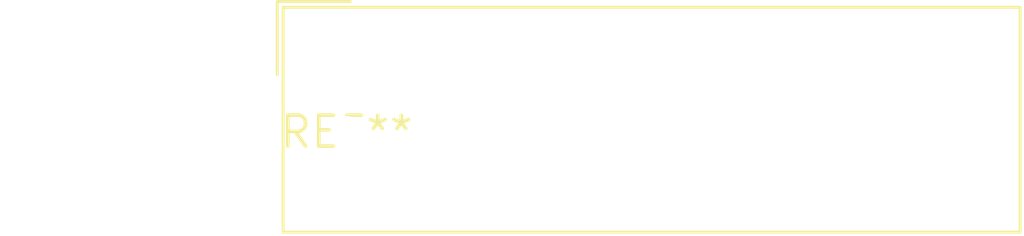
<source format=kicad_pcb>
(kicad_pcb (version 20240108) (generator pcbnew)
  (layers (0 "F.Cu" signal) (31 "B.Cu" signal) (34 "B.Paste" user) (35 "F.Paste" user) (36 "B.SilkS" user "B.Silkscreen") (37 "F.SilkS" user "F.Silkscreen") (38 "B.Mask" user) (39 "F.Mask" user) (44 "Edge.Cuts" user))
  (net 0 "")
  (footprint "Altech_AK100_1x06_P5.00mm" (layer "F.Cu") (at 0 0)
    (property "Reference" "REF**")
    (property "Value" "Altech_AK100_1x06_P5.00mm")
    (fp_line (start -2.85 -5.35) (end 0.15 -5.35) (layer "F.SilkS") (stroke (width 0.12)))
    (fp_line (start -2.85 -2.35) (end -2.85 -5.35) (layer "F.SilkS") (stroke (width 0.12)))
    (fp_line (start -2.61 -5.11) (end -2.61 4.11) (layer "F.SilkS") (stroke (width 0.12)))
    (fp_line (start -2.61 -5.11) (end 27.61 -5.11) (layer "F.SilkS") (stroke (width 0.12)))
    (fp_line (start -2.61 4.11) (end 27.61 4.11) (layer "F.SilkS") (stroke (width 0.12)))
    (fp_line (start 27.61 -5.11) (end 27.61 4.11) (layer "F.SilkS") (stroke (width 0.12)))
    (pad "1" thru_hole rect (at 0 0) (size 3 3) (drill 1.3) (layers *.Cu *.Mask) (remove_unused_layers))
    (pad "2" thru_hole circle (at 5 0) (size 3 3) (drill 1.3) (layers *.Cu *.Mask) (remove_unused_layers))
    (pad "3" thru_hole circle (at 10 0) (size 3 3) (drill 1.3) (layers *.Cu *.Mask) (remove_unused_layers))
    (pad "4" thru_hole circle (at 15 0) (size 3 3) (drill 1.3) (layers *.Cu *.Mask) (remove_unused_layers))
    (pad "5" thru_hole circle (at 20 0) (size 3 3) (drill 1.3) (layers *.Cu *.Mask) (remove_unused_layers))
    (pad "6" thru_hole circle (at 25 0) (size 3 3) (drill 1.3) (layers *.Cu *.Mask) (remove_unused_layers))
  )
)
</source>
